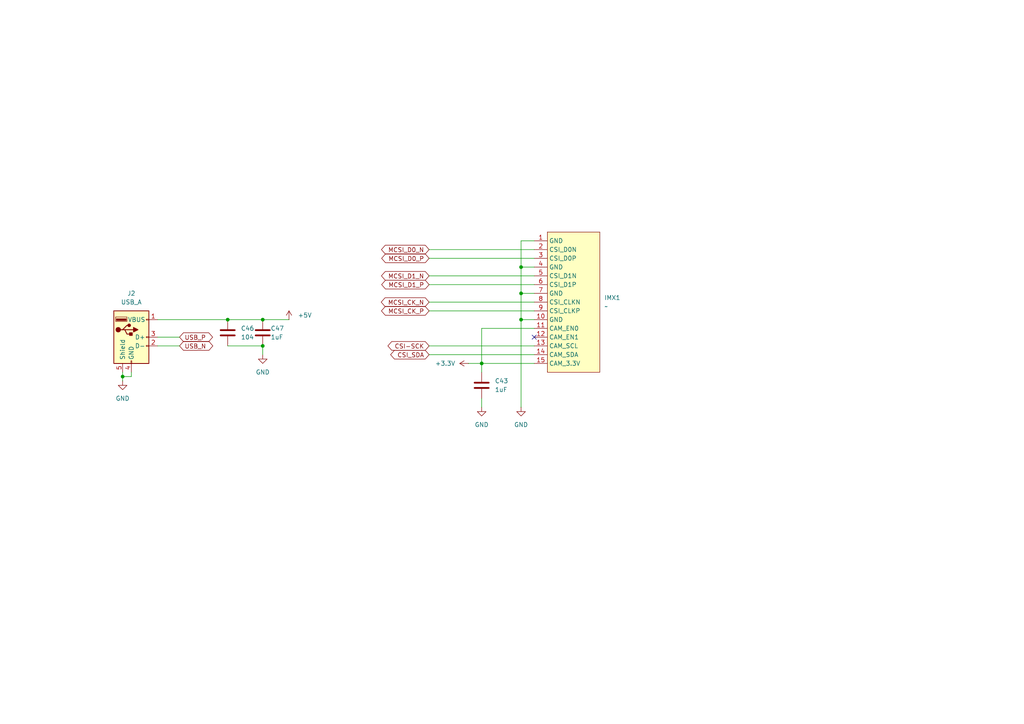
<source format=kicad_sch>
(kicad_sch (version 20250114) (generator "eeschema") (generator_version "9.0")
  (paper "A4")
  (title_block (title "Wireless Backup Camera - Encoder") (company "Group 25 Senior Design"))
  (lib_symbols
    (symbol "Connector:USB_A" (pin_names (offset 1.016))
      (property "Reference" "J" (at -5.08 11.43 0))
      (property "Value" "USB_A" (at -5.08 8.89 0))
      (symbol "USB_A_0_1"
        (rectangle (start -5.08 -7.62) (end 5.08 7.62) (stroke (width 0.254)) (fill (type background)))
        (circle (center -3.81 2.159) (radius 0.635) (stroke (width 0.254)) (fill (type outline)))
        (polyline (pts (xy -3.175 2.159) (xy -2.54 2.159) (xy -1.27 3.429) (xy -0.635 3.429)) (stroke (width 0.254)))
        (polyline (pts (xy -2.54 2.159) (xy -1.905 2.159) (xy -1.27 0.889) (xy 0 0.889)) (stroke (width 0.254)))
        (rectangle (start -1.524 4.826) (end -4.318 5.334) (fill (type outline)))
        (rectangle (start -1.27 4.572) (end -4.572 5.842))
        (circle (center -0.635 3.429) (radius 0.381) (stroke (width 0.254)) (fill (type outline)))
        (rectangle (start -0.127 -7.62) (end 0.127 -6.858))
        (rectangle (start 0.254 1.27) (end -0.508 0.508) (stroke (width 0.254)) (fill (type outline)))
        (polyline (pts (xy 0.635 2.794) (xy 0.635 1.524) (xy 1.905 2.159) (xy 0.635 2.794)) (stroke (width 0.254)) (fill (type outline)))
        (rectangle (start 5.08 4.953) (end 4.318 5.207))
        (rectangle (start 5.08 -0.127) (end 4.318 0.127))
        (rectangle (start 5.08 -2.667) (end 4.318 -2.413))
      )
      (symbol "USB_A_1_1"
        (polyline (pts (xy -1.905 2.159) (xy 0.635 2.159)) (stroke (width 0.254)))
        (pin passive line (at -2.54 -10.16 90) (length 2.54) (name "Shield") (number "5"))
        (pin power_in line (at 0 -10.16 90) (length 2.54) (name "GND") (number "4"))
        (pin power_in line (at 7.62 5.08 180) (length 2.54) (name "VBUS") (number "1"))
        (pin bidirectional line (at 7.62 0 180) (length 2.54) (name "D+") (number "3"))
        (pin bidirectional line (at 7.62 -2.54 180) (length 2.54) (name "D-") (number "2"))
      )
    )
    (symbol "Device:C" (pin_numbers (hide yes)) (pin_names (offset 0.254))
      (property "Reference" "C" (at 0.635 2.54 0))
      (property "Value" "C" (at 0.635 -2.54 0))
      (symbol "C_0_1"
        (polyline (pts (xy -2.032 0.762) (xy 2.032 0.762)) (stroke (width 0.508)))
        (polyline (pts (xy -2.032 -0.762) (xy 2.032 -0.762)) (stroke (width 0.508)))
      )
      (symbol "C_1_1"
        (pin passive line (at 0 3.81 270) (length 2.794) (name "~") (number "1"))
        (pin passive line (at 0 -3.81 90) (length 2.794) (name "~") (number "2"))
      )
    )
    (symbol "custom_chips:IMX219_Camera"
      (property "Reference" "IMX219" (at 6.604 21.844 0))
      (symbol "IMX219_Camera_1_1"
        (rectangle (start -5.08 20.32) (end 10.16 -20.32) (fill (type background)))
        (pin power_in line (at -8.89 17.78 0) (length 3.81) (name "GND") (number "1"))
        (pin bidirectional line (at -8.89 15.24 0) (length 3.81) (name "CSI_D0N") (number "2"))
        (pin bidirectional line (at -8.89 12.7 0) (length 3.81) (name "CSI_D0P") (number "3"))
        (pin power_in line (at -8.89 10.16 0) (length 3.81) (name "GND") (number "4"))
        (pin bidirectional line (at -8.89 7.62 0) (length 3.81) (name "CSI_D1N") (number "5"))
        (pin bidirectional line (at -8.89 5.08 0) (length 3.81) (name "CSI_D1P") (number "6"))
        (pin power_in line (at -8.89 2.54 0) (length 3.81) (name "GND") (number "7"))
        (pin bidirectional line (at -8.89 0 0) (length 3.81) (name "CSI_CLKN") (number "8"))
        (pin bidirectional line (at -8.89 -2.54 0) (length 3.81) (name "CSI_CLKP") (number "9"))
        (pin power_in line (at -8.89 -5.08 0) (length 3.81) (name "GND") (number "10"))
        (pin bidirectional line (at -8.89 -7.62 0) (length 3.81) (name "CAM_EN0") (number "11"))
        (pin bidirectional line (at -8.89 -10.16 0) (length 3.81) (name "CAM_EN1") (number "12"))
        (pin bidirectional line (at -8.89 -12.7 0) (length 3.81) (name "CAM_SCL") (number "13"))
        (pin bidirectional line (at -8.89 -15.24 0) (length 3.81) (name "CAM_SDA") (number "14"))
        (pin power_in line (at -8.89 -17.78 0) (length 3.81) (name "CAM_3.3V") (number "15"))
      )
    )
    (symbol "power:+3.3V" (power) (pin_numbers (hide yes)) (pin_names (offset 0) (hide yes))
      (property "Value" "+3.3V" (at 0 3.556 0))
      (symbol "+3.3V_0_1"
        (polyline (pts (xy -0.762 1.27) (xy 0 2.54)))
        (polyline (pts (xy 0 2.54) (xy 0.762 1.27)))
        (polyline (pts (xy 0 0) (xy 0 2.54)))
      )
      (symbol "+3.3V_1_1"
        (pin power_in line (at 0 0 90) (length 0) (name "~") (number "1"))
      )
    )
    (symbol "power:+5V" (power) (pin_numbers (hide yes)) (pin_names (offset 0) (hide yes))
      (property "Value" "+5V" (at 0 3.556 0))
      (symbol "+5V_0_1"
        (polyline (pts (xy -0.762 1.27) (xy 0 2.54)))
        (polyline (pts (xy 0 2.54) (xy 0.762 1.27)))
        (polyline (pts (xy 0 0) (xy 0 2.54)))
      )
      (symbol "+5V_1_1"
        (pin power_in line (at 0 0 90) (length 0) (name "~") (number "1"))
      )
    )
    (symbol "power:GND" (power) (pin_numbers (hide yes)) (pin_names (offset 0) (hide yes))
      (property "Value" "GND" (at 0 -3.81 0))
      (symbol "GND_0_1"
        (polyline (pts (xy 0 0) (xy 0 -1.27) (xy 1.27 -1.27) (xy 0 -2.54) (xy -1.27 -1.27) (xy 0 -1.27)))
      )
      (symbol "GND_1_1"
        (pin power_in line (at 0 0 270) (length 0) (name "~") (number "1"))
      )
    )
  )
  (junction (at 76.2 92.71))
  (junction (at 151.13 85.09))
  (junction (at 35.56 109.22))
  (junction (at 66.04 92.71))
  (junction (at 139.7 105.41))
  (junction (at 76.2 100.33))
  (junction (at 151.13 92.71))
  (junction (at 151.13 77.47))
  (no_connect (at 154.94 97.79))
  (wire (pts (xy 124.46 74.93) (xy 154.94 74.93)))
  (wire (pts (xy 154.94 85.09) (xy 151.13 85.09)))
  (wire (pts (xy 124.46 72.39) (xy 154.94 72.39)))
  (wire (pts (xy 66.04 100.33) (xy 76.2 100.33)))
  (wire (pts (xy 139.7 115.57) (xy 139.7 118.11)))
  (wire (pts (xy 45.72 100.33) (xy 52.07 100.33)))
  (wire (pts (xy 124.46 82.55) (xy 154.94 82.55)))
  (wire (pts (xy 139.7 105.41) (xy 139.7 107.95)))
  (wire (pts (xy 154.94 92.71) (xy 151.13 92.71)))
  (wire (pts (xy 124.46 90.17) (xy 154.94 90.17)))
  (wire (pts (xy 124.46 80.01) (xy 154.94 80.01)))
  (wire (pts (xy 139.7 105.41) (xy 154.94 105.41)))
  (wire (pts (xy 124.46 87.63) (xy 154.94 87.63)))
  (wire (pts (xy 151.13 92.71) (xy 151.13 118.11)))
  (wire (pts (xy 135.89 105.41) (xy 139.7 105.41)))
  (wire (pts (xy 35.56 109.22) (xy 35.56 110.49)))
  (wire (pts (xy 124.46 100.33) (xy 154.94 100.33)))
  (wire (pts (xy 139.7 95.25) (xy 139.7 105.41)))
  (wire (pts (xy 151.13 69.85) (xy 151.13 77.47)))
  (wire (pts (xy 45.72 97.79) (xy 52.07 97.79)))
  (wire (pts (xy 38.1 109.22) (xy 35.56 109.22)))
  (wire (pts (xy 124.46 102.87) (xy 154.94 102.87)))
  (wire (pts (xy 45.72 92.71) (xy 66.04 92.71)))
  (wire (pts (xy 35.56 107.95) (xy 35.56 109.22)))
  (wire (pts (xy 151.13 85.09) (xy 151.13 92.71)))
  (wire (pts (xy 76.2 92.71) (xy 83.82 92.71)))
  (wire (pts (xy 154.94 95.25) (xy 139.7 95.25)))
  (wire (pts (xy 66.04 92.71) (xy 76.2 92.71)))
  (wire (pts (xy 76.2 102.87) (xy 76.2 100.33)))
  (wire (pts (xy 154.94 77.47) (xy 151.13 77.47)))
  (wire (pts (xy 38.1 107.95) (xy 38.1 109.22)))
  (wire (pts (xy 151.13 77.47) (xy 151.13 85.09)))
  (wire (pts (xy 154.94 69.85) (xy 151.13 69.85)))
  (global_label "MCSI_D1_P" (shape bidirectional) (at 124.46 82.55 180) (property "Intersheetrefs" "${INTERSHEET_REFS}" (effects (hide yes))))
  (global_label "USB_N" (shape bidirectional) (at 52.07 100.33 0) (property "Intersheetrefs" "${INTERSHEET_REFS}" (effects (hide yes))))
  (global_label "MCSI_D0_N" (shape bidirectional) (at 124.46 72.39 180) (property "Intersheetrefs" "${INTERSHEET_REFS}" (effects (hide yes))))
  (global_label "CSI_SDA" (shape bidirectional) (at 124.46 102.87 180) (property "Intersheetrefs" "${INTERSHEET_REFS}" (effects (hide yes))))
  (global_label "MCSI_D0_P" (shape bidirectional) (at 124.46 74.93 180) (property "Intersheetrefs" "${INTERSHEET_REFS}" (effects (hide yes))))
  (global_label "CSI-SCK" (shape bidirectional) (at 124.46 100.33 180) (property "Intersheetrefs" "${INTERSHEET_REFS}" (effects (hide yes))))
  (global_label "MCSI_CK_P" (shape bidirectional) (at 124.46 90.17 180) (property "Intersheetrefs" "${INTERSHEET_REFS}" (effects (hide yes))))
  (global_label "USB_P" (shape bidirectional) (at 52.07 97.79 0) (property "Intersheetrefs" "${INTERSHEET_REFS}" (effects (hide yes))))
  (global_label "MCSI_CK_N" (shape bidirectional) (at 124.46 87.63 180) (property "Intersheetrefs" "${INTERSHEET_REFS}" (effects (hide yes))))
  (global_label "MCSI_D1_N" (shape bidirectional) (at 124.46 80.01 180) (property "Intersheetrefs" "${INTERSHEET_REFS}" (effects (hide yes))))
  (symbol (lib_id "power:+5V") (at 83.82 92.71 0) (unit 1)
    (property "Reference" "#PWR034" (effects (hide yes)))
    (property "Value" "+5V" (at 86.36 91.4399 0) (effects (justify left)))
    (property "Description" "Power symbol creates a global label with name \"+5V\"" (effects (hide yes)))
  )
  (symbol (lib_id "Connector:USB_A") (at 38.1 97.79 0) (unit 1)
    (property "Reference" "J2" (at 38.1 85.09 0))
    (property "Value" "USB_A" (at 38.1 87.63 0))
    (property "Footprint" "Connector_USB:USB_A_Connfly_DS1095" (effects (hide yes)))
    (property "Description" "USB Type A connector" (effects (hide yes)))
  )
  (symbol (lib_id "power:GND") (at 76.2 102.87 0) (unit 1)
    (property "Reference" "#PWR033" (effects (hide yes)))
    (property "Value" "GND" (at 76.2 107.95 0))
    (property "Description" "Power symbol creates a global label with name \"GND\" , ground" (effects (hide yes)))
  )
  (symbol (lib_id "Device:C") (at 66.04 96.52 0) (unit 1)
    (property "Reference" "C46" (at 69.85 95.25 0) (effects (justify left)))
    (property "Value" "104" (at 69.85 97.79 0) (effects (justify left)))
    (property "Footprint" "Capacitor_SMD:C_0805_2012Metric_Pad1.18x1.45mm_HandSolder" (effects (hide yes)))
    (property "Description" "Unpolarized capacitor" (effects (hide yes)))
  )
  (symbol (lib_id "custom_chips:IMX219_Camera") (at 163.83 87.63 0) (unit 1)
    (property "Reference" "IMX1" (at 175.26 86.3599 0) (effects (justify left)))
    (property "Value" "~" (at 175.26 88.8999 0) (effects (justify left)))
    (property "Footprint" "Connector_FFC-FPC:TE_1-84952-5_1x15-1MP_P1.0mm_Horizontal" (effects (hide yes)))
  )
  (symbol (lib_id "power:GND") (at 139.7 118.11 0) (unit 1)
    (property "Reference" "#PWR024" (effects (hide yes)))
    (property "Value" "GND" (at 139.7 123.19 0))
    (property "Description" "Power symbol creates a global label with name \"GND\" , ground" (effects (hide yes)))
  )
  (symbol (lib_id "power:GND") (at 151.13 118.11 0) (unit 1)
    (property "Reference" "#PWR022" (effects (hide yes)))
    (property "Value" "GND" (at 151.13 123.19 0))
    (property "Description" "Power symbol creates a global label with name \"GND\" , ground" (effects (hide yes)))
  )
  (symbol (lib_id "Device:C") (at 76.2 96.52 0) (unit 1)
    (property "Reference" "C47" (at 78.486 95.25 0) (effects (justify left)))
    (property "Value" "1uF" (at 78.486 97.79 0) (effects (justify left)))
    (property "Footprint" "Capacitor_SMD:C_0805_2012Metric_Pad1.18x1.45mm_HandSolder" (effects (hide yes)))
    (property "Description" "Unpolarized capacitor" (effects (hide yes)))
  )
  (symbol (lib_id "power:GND") (at 35.56 110.49 0) (unit 1)
    (property "Reference" "#PWR035" (effects (hide yes)))
    (property "Value" "GND" (at 35.56 115.57 0))
    (property "Description" "Power symbol creates a global label with name \"GND\" , ground" (effects (hide yes)))
  )
  (symbol (lib_id "power:+3.3V") (at 135.89 105.41 90) (unit 1)
    (property "Reference" "#PWR023" (effects (hide yes)))
    (property "Value" "+3.3V" (at 132.08 105.4099 90) (effects (justify left)))
    (property "Description" "Power symbol creates a global label with name \"+3.3V\"" (effects (hide yes)))
  )
  (symbol (lib_id "Device:C") (at 139.7 111.76 0) (unit 1)
    (property "Reference" "C43" (at 143.51 110.4899 0) (effects (justify left)))
    (property "Value" "1uF" (at 143.51 113.0299 0) (effects (justify left)))
    (property "Footprint" "Capacitor_SMD:C_0805_2012Metric_Pad1.18x1.45mm_HandSolder" (effects (hide yes)))
    (property "Description" "Unpolarized capacitor" (effects (hide yes)))
  )
)
</source>
